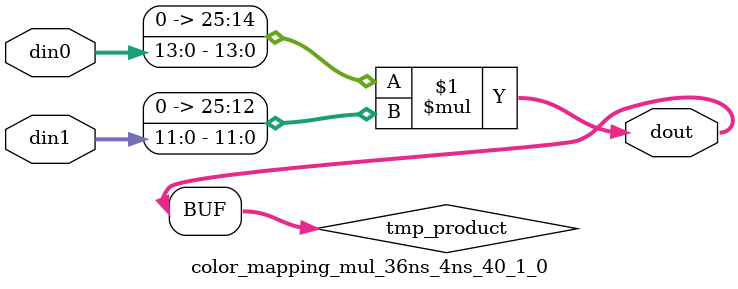
<source format=v>

`timescale 1 ns / 1 ps

 module color_mapping_mul_36ns_4ns_40_1_0(din0, din1, dout);
parameter ID = 1;
parameter NUM_STAGE = 0;
parameter din0_WIDTH = 14;
parameter din1_WIDTH = 12;
parameter dout_WIDTH = 26;

input [din0_WIDTH - 1 : 0] din0; 
input [din1_WIDTH - 1 : 0] din1; 
output [dout_WIDTH - 1 : 0] dout;

wire signed [dout_WIDTH - 1 : 0] tmp_product;
























assign tmp_product = $signed({1'b0, din0}) * $signed({1'b0, din1});











assign dout = tmp_product;





















endmodule

</source>
